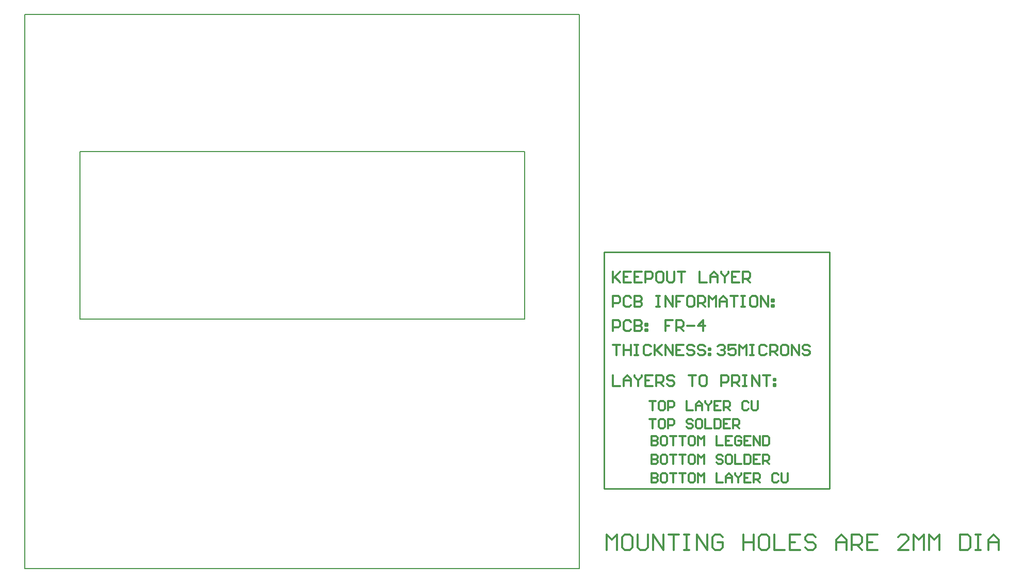
<source format=gko>
%FSLAX25Y25*%
%MOIN*%
G70*
G01*
G75*
G04 Layer_Color=16711935*
%ADD10C,0.06693*%
%ADD11C,0.06000*%
%ADD12C,0.03600*%
%ADD13C,0.00800*%
%ADD14C,0.00787*%
%ADD15C,0.01575*%
%ADD16C,0.01400*%
%ADD17O,0.09000X0.07500*%
%ADD18O,0.07500X0.09000*%
%ADD19R,0.07500X0.09000*%
%ADD20C,0.11811*%
%ADD21C,0.19685*%
%ADD22C,0.12598*%
%ADD23C,0.08000*%
%ADD24C,0.07500*%
%ADD25C,0.11811*%
%ADD26C,0.02500*%
%ADD27C,0.02800*%
%ADD28C,0.01600*%
%ADD29C,0.07480*%
%ADD30O,0.09800X0.08300*%
%ADD31O,0.08300X0.09800*%
%ADD32R,0.08300X0.09800*%
%ADD33C,0.12611*%
%ADD34C,0.20485*%
%ADD35C,0.13398*%
%ADD36C,0.08800*%
%ADD37C,0.08300*%
%ADD38C,0.01000*%
%ADD39C,0.01200*%
D14*
X372047Y362205D02*
Y720472D01*
X730315D01*
Y362205D02*
Y720472D01*
X372047Y362205D02*
X730315D01*
X407480Y523622D02*
Y631890D01*
X694882D01*
Y523622D02*
Y631890D01*
X407480Y523622D02*
X694882D01*
D16*
X748032Y374016D02*
Y384013D01*
X751364Y380680D01*
X754696Y384013D01*
Y374016D01*
X763027Y384013D02*
X759694D01*
X758028Y382346D01*
Y375682D01*
X759694Y374016D01*
X763027D01*
X764693Y375682D01*
Y382346D01*
X763027Y384013D01*
X768025D02*
Y375682D01*
X769691Y374016D01*
X773023D01*
X774689Y375682D01*
Y384013D01*
X778022Y374016D02*
Y384013D01*
X784686Y374016D01*
Y384013D01*
X788019D02*
X794683D01*
X791351D01*
Y374016D01*
X798015Y384013D02*
X801348D01*
X799682D01*
Y374016D01*
X798015D01*
X801348D01*
X806346D02*
Y384013D01*
X813011Y374016D01*
Y384013D01*
X823007Y382346D02*
X821341Y384013D01*
X818009D01*
X816343Y382346D01*
Y375682D01*
X818009Y374016D01*
X821341D01*
X823007Y375682D01*
Y379014D01*
X819675D01*
X836336Y384013D02*
Y374016D01*
Y379014D01*
X843001D01*
Y384013D01*
Y374016D01*
X851332Y384013D02*
X847999D01*
X846333Y382346D01*
Y375682D01*
X847999Y374016D01*
X851332D01*
X852998Y375682D01*
Y382346D01*
X851332Y384013D01*
X856330D02*
Y374016D01*
X862994D01*
X872991Y384013D02*
X866327D01*
Y374016D01*
X872991D01*
X866327Y379014D02*
X869659D01*
X882988Y382346D02*
X881322Y384013D01*
X877989D01*
X876323Y382346D01*
Y380680D01*
X877989Y379014D01*
X881322D01*
X882988Y377348D01*
Y375682D01*
X881322Y374016D01*
X877989D01*
X876323Y375682D01*
X896317Y374016D02*
Y380680D01*
X899649Y384013D01*
X902981Y380680D01*
Y374016D01*
Y379014D01*
X896317D01*
X906314Y374016D02*
Y384013D01*
X911312D01*
X912978Y382346D01*
Y379014D01*
X911312Y377348D01*
X906314D01*
X909646D02*
X912978Y374016D01*
X922975Y384013D02*
X916311D01*
Y374016D01*
X922975D01*
X916311Y379014D02*
X919643D01*
X942968Y374016D02*
X936304D01*
X942968Y380680D01*
Y382346D01*
X941302Y384013D01*
X937970D01*
X936304Y382346D01*
X946301Y374016D02*
Y384013D01*
X949633Y380680D01*
X952965Y384013D01*
Y374016D01*
X956297D02*
Y384013D01*
X959630Y380680D01*
X962962Y384013D01*
Y374016D01*
X976291Y384013D02*
Y374016D01*
X981289D01*
X982956Y375682D01*
Y382346D01*
X981289Y384013D01*
X976291D01*
X986288D02*
X989620D01*
X987954D01*
Y374016D01*
X986288D01*
X989620D01*
X994619D02*
Y380680D01*
X997951Y384013D01*
X1001283Y380680D01*
Y374016D01*
Y379014D01*
X994619D01*
D38*
X746357Y413948D02*
Y566848D01*
Y413948D02*
X892027D01*
Y566848D01*
X746357D02*
X892027D01*
D39*
X751968Y554242D02*
Y547244D01*
Y549577D01*
X756634Y554242D01*
X753135Y550743D01*
X756634Y547244D01*
X763631Y554242D02*
X758966D01*
Y547244D01*
X763631D01*
X758966Y550743D02*
X761299D01*
X770629Y554242D02*
X765964D01*
Y547244D01*
X770629D01*
X765964Y550743D02*
X768297D01*
X772962Y547244D02*
Y554242D01*
X776461D01*
X777627Y553076D01*
Y550743D01*
X776461Y549577D01*
X772962D01*
X783458Y554242D02*
X781126D01*
X779959Y553076D01*
Y548410D01*
X781126Y547244D01*
X783458D01*
X784625Y548410D01*
Y553076D01*
X783458Y554242D01*
X786957D02*
Y548410D01*
X788124Y547244D01*
X790456D01*
X791622Y548410D01*
Y554242D01*
X793955D02*
X798620D01*
X796287D01*
Y547244D01*
X807950Y554242D02*
Y547244D01*
X812616D01*
X814948D02*
Y551909D01*
X817281Y554242D01*
X819613Y551909D01*
Y547244D01*
Y550743D01*
X814948D01*
X821946Y554242D02*
Y553076D01*
X824279Y550743D01*
X826611Y553076D01*
Y554242D01*
X824279Y550743D02*
Y547244D01*
X833609Y554242D02*
X828944D01*
Y547244D01*
X833609D01*
X828944Y550743D02*
X831276D01*
X835941Y547244D02*
Y554242D01*
X839440D01*
X840606Y553076D01*
Y550743D01*
X839440Y549577D01*
X835941D01*
X838274D02*
X840606Y547244D01*
X751968Y531496D02*
Y538494D01*
X755467D01*
X756634Y537327D01*
Y534995D01*
X755467Y533829D01*
X751968D01*
X763631Y537327D02*
X762465Y538494D01*
X760133D01*
X758966Y537327D01*
Y532662D01*
X760133Y531496D01*
X762465D01*
X763631Y532662D01*
X765964Y538494D02*
Y531496D01*
X769463D01*
X770629Y532662D01*
Y533829D01*
X769463Y534995D01*
X765964D01*
X769463D01*
X770629Y536161D01*
Y537327D01*
X769463Y538494D01*
X765964D01*
X779959D02*
X782292D01*
X781126D01*
Y531496D01*
X779959D01*
X782292D01*
X785791D02*
Y538494D01*
X790456Y531496D01*
Y538494D01*
X797454D02*
X792789D01*
Y534995D01*
X795121D01*
X792789D01*
Y531496D01*
X803285Y538494D02*
X800953D01*
X799786Y537327D01*
Y532662D01*
X800953Y531496D01*
X803285D01*
X804452Y532662D01*
Y537327D01*
X803285Y538494D01*
X806784Y531496D02*
Y538494D01*
X810283D01*
X811449Y537327D01*
Y534995D01*
X810283Y533829D01*
X806784D01*
X809117D02*
X811449Y531496D01*
X813782D02*
Y538494D01*
X816115Y536161D01*
X818447Y538494D01*
Y531496D01*
X820780D02*
Y536161D01*
X823112Y538494D01*
X825445Y536161D01*
Y531496D01*
Y534995D01*
X820780D01*
X827777Y538494D02*
X832442D01*
X830110D01*
Y531496D01*
X834775Y538494D02*
X837108D01*
X835941D01*
Y531496D01*
X834775D01*
X837108D01*
X844105Y538494D02*
X841773D01*
X840606Y537327D01*
Y532662D01*
X841773Y531496D01*
X844105D01*
X845272Y532662D01*
Y537327D01*
X844105Y538494D01*
X847604Y531496D02*
Y538494D01*
X852269Y531496D01*
Y538494D01*
X854602Y536161D02*
X855768D01*
Y534995D01*
X854602D01*
Y536161D01*
Y532662D02*
X855768D01*
Y531496D01*
X854602D01*
Y532662D01*
X751968Y506998D02*
X756634D01*
X754301D01*
Y500000D01*
X758966Y506998D02*
Y500000D01*
Y503499D01*
X763631D01*
Y506998D01*
Y500000D01*
X765964Y506998D02*
X768297D01*
X767130D01*
Y500000D01*
X765964D01*
X768297D01*
X776461Y505831D02*
X775294Y506998D01*
X772962D01*
X771795Y505831D01*
Y501166D01*
X772962Y500000D01*
X775294D01*
X776461Y501166D01*
X778793Y506998D02*
Y500000D01*
Y502333D01*
X783458Y506998D01*
X779959Y503499D01*
X783458Y500000D01*
X785791D02*
Y506998D01*
X790456Y500000D01*
Y506998D01*
X797454D02*
X792789D01*
Y500000D01*
X797454D01*
X792789Y503499D02*
X795121D01*
X804452Y505831D02*
X803285Y506998D01*
X800953D01*
X799786Y505831D01*
Y504665D01*
X800953Y503499D01*
X803285D01*
X804452Y502333D01*
Y501166D01*
X803285Y500000D01*
X800953D01*
X799786Y501166D01*
X811449Y505831D02*
X810283Y506998D01*
X807950D01*
X806784Y505831D01*
Y504665D01*
X807950Y503499D01*
X810283D01*
X811449Y502333D01*
Y501166D01*
X810283Y500000D01*
X807950D01*
X806784Y501166D01*
X813782Y504665D02*
X814948D01*
Y503499D01*
X813782D01*
Y504665D01*
Y501166D02*
X814948D01*
Y500000D01*
X813782D01*
Y501166D01*
X819613Y505831D02*
X820780Y506998D01*
X823112D01*
X824279Y505831D01*
Y504665D01*
X823112Y503499D01*
X821946D01*
X823112D01*
X824279Y502333D01*
Y501166D01*
X823112Y500000D01*
X820780D01*
X819613Y501166D01*
X831276Y506998D02*
X826611D01*
Y503499D01*
X828944Y504665D01*
X830110D01*
X831276Y503499D01*
Y501166D01*
X830110Y500000D01*
X827777D01*
X826611Y501166D01*
X833609Y500000D02*
Y506998D01*
X835941Y504665D01*
X838274Y506998D01*
Y500000D01*
X840606Y506998D02*
X842939D01*
X841773D01*
Y500000D01*
X840606D01*
X842939D01*
X851103Y505831D02*
X849937Y506998D01*
X847604D01*
X846438Y505831D01*
Y501166D01*
X847604Y500000D01*
X849937D01*
X851103Y501166D01*
X853436Y500000D02*
Y506998D01*
X856935D01*
X858101Y505831D01*
Y503499D01*
X856935Y502333D01*
X853436D01*
X855768D02*
X858101Y500000D01*
X863932Y506998D02*
X861600D01*
X860433Y505831D01*
Y501166D01*
X861600Y500000D01*
X863932D01*
X865099Y501166D01*
Y505831D01*
X863932Y506998D01*
X867431Y500000D02*
Y506998D01*
X872096Y500000D01*
Y506998D01*
X879094Y505831D02*
X877928Y506998D01*
X875595D01*
X874429Y505831D01*
Y504665D01*
X875595Y503499D01*
X877928D01*
X879094Y502333D01*
Y501166D01*
X877928Y500000D01*
X875595D01*
X874429Y501166D01*
X751968Y515748D02*
Y522746D01*
X755467D01*
X756634Y521580D01*
Y519247D01*
X755467Y518081D01*
X751968D01*
X763631Y521580D02*
X762465Y522746D01*
X760133D01*
X758966Y521580D01*
Y516914D01*
X760133Y515748D01*
X762465D01*
X763631Y516914D01*
X765964Y522746D02*
Y515748D01*
X769463D01*
X770629Y516914D01*
Y518081D01*
X769463Y519247D01*
X765964D01*
X769463D01*
X770629Y520413D01*
Y521580D01*
X769463Y522746D01*
X765964D01*
X772962Y520413D02*
X774128D01*
Y519247D01*
X772962D01*
Y520413D01*
Y516914D02*
X774128D01*
Y515748D01*
X772962D01*
Y516914D01*
X790456Y522746D02*
X785791D01*
Y519247D01*
X788124D01*
X785791D01*
Y515748D01*
X792789D02*
Y522746D01*
X796287D01*
X797454Y521580D01*
Y519247D01*
X796287Y518081D01*
X792789D01*
X795121D02*
X797454Y515748D01*
X799786Y519247D02*
X804452D01*
X810283Y515748D02*
Y522746D01*
X806784Y519247D01*
X811449D01*
X751968Y487313D02*
Y480315D01*
X756634D01*
X758966D02*
Y484980D01*
X761299Y487313D01*
X763631Y484980D01*
Y480315D01*
Y483814D01*
X758966D01*
X765964Y487313D02*
Y486146D01*
X768297Y483814D01*
X770629Y486146D01*
Y487313D01*
X768297Y483814D02*
Y480315D01*
X777627Y487313D02*
X772962D01*
Y480315D01*
X777627D01*
X772962Y483814D02*
X775294D01*
X779959Y480315D02*
Y487313D01*
X783458D01*
X784625Y486146D01*
Y483814D01*
X783458Y482648D01*
X779959D01*
X782292D02*
X784625Y480315D01*
X791622Y486146D02*
X790456Y487313D01*
X788124D01*
X786957Y486146D01*
Y484980D01*
X788124Y483814D01*
X790456D01*
X791622Y482648D01*
Y481481D01*
X790456Y480315D01*
X788124D01*
X786957Y481481D01*
X800953Y487313D02*
X805618D01*
X803285D01*
Y480315D01*
X811449Y487313D02*
X809117D01*
X807950Y486146D01*
Y481481D01*
X809117Y480315D01*
X811449D01*
X812616Y481481D01*
Y486146D01*
X811449Y487313D01*
X821946Y480315D02*
Y487313D01*
X825445D01*
X826611Y486146D01*
Y483814D01*
X825445Y482648D01*
X821946D01*
X828944Y480315D02*
Y487313D01*
X832442D01*
X833609Y486146D01*
Y483814D01*
X832442Y482648D01*
X828944D01*
X831276D02*
X833609Y480315D01*
X835941Y487313D02*
X838274D01*
X837108D01*
Y480315D01*
X835941D01*
X838274D01*
X841773D02*
Y487313D01*
X846438Y480315D01*
Y487313D01*
X848771D02*
X853436D01*
X851103D01*
Y480315D01*
X855768Y484980D02*
X856935D01*
Y483814D01*
X855768D01*
Y484980D01*
Y481481D02*
X856935D01*
Y480315D01*
X855768D01*
Y481481D01*
X776841Y423946D02*
Y417948D01*
X779840D01*
X780840Y418948D01*
Y419947D01*
X779840Y420947D01*
X776841D01*
X779840D01*
X780840Y421947D01*
Y422946D01*
X779840Y423946D01*
X776841D01*
X785838D02*
X783839D01*
X782839Y422946D01*
Y418948D01*
X783839Y417948D01*
X785838D01*
X786838Y418948D01*
Y422946D01*
X785838Y423946D01*
X788837D02*
X792836D01*
X790836D01*
Y417948D01*
X794835Y423946D02*
X798834D01*
X796835D01*
Y417948D01*
X803832Y423946D02*
X801833D01*
X800833Y422946D01*
Y418948D01*
X801833Y417948D01*
X803832D01*
X804832Y418948D01*
Y422946D01*
X803832Y423946D01*
X806831Y417948D02*
Y423946D01*
X808831Y421947D01*
X810830Y423946D01*
Y417948D01*
X818827Y423946D02*
Y417948D01*
X822826D01*
X824825D02*
Y421947D01*
X826825Y423946D01*
X828824Y421947D01*
Y417948D01*
Y420947D01*
X824825D01*
X830824Y423946D02*
Y422946D01*
X832823Y420947D01*
X834822Y422946D01*
Y423946D01*
X832823Y420947D02*
Y417948D01*
X840820Y423946D02*
X836822D01*
Y417948D01*
X840820D01*
X836822Y420947D02*
X838821D01*
X842820Y417948D02*
Y423946D01*
X845819D01*
X846818Y422946D01*
Y420947D01*
X845819Y419947D01*
X842820D01*
X844819D02*
X846818Y417948D01*
X858814Y422946D02*
X857815Y423946D01*
X855815D01*
X854816Y422946D01*
Y418948D01*
X855815Y417948D01*
X857815D01*
X858814Y418948D01*
X860814Y423946D02*
Y418948D01*
X861814Y417948D01*
X863813D01*
X864812Y418948D01*
Y423946D01*
X776841Y447735D02*
Y441737D01*
X779840D01*
X780840Y442737D01*
Y443737D01*
X779840Y444736D01*
X776841D01*
X779840D01*
X780840Y445736D01*
Y446736D01*
X779840Y447735D01*
X776841D01*
X785838D02*
X783839D01*
X782839Y446736D01*
Y442737D01*
X783839Y441737D01*
X785838D01*
X786838Y442737D01*
Y446736D01*
X785838Y447735D01*
X788837D02*
X792836D01*
X790836D01*
Y441737D01*
X794835Y447735D02*
X798834D01*
X796835D01*
Y441737D01*
X803832Y447735D02*
X801833D01*
X800833Y446736D01*
Y442737D01*
X801833Y441737D01*
X803832D01*
X804832Y442737D01*
Y446736D01*
X803832Y447735D01*
X806831Y441737D02*
Y447735D01*
X808831Y445736D01*
X810830Y447735D01*
Y441737D01*
X818827Y447735D02*
Y441737D01*
X822826D01*
X828824Y447735D02*
X824825D01*
Y441737D01*
X828824D01*
X824825Y444736D02*
X826825D01*
X834822Y446736D02*
X833823Y447735D01*
X831823D01*
X830824Y446736D01*
Y442737D01*
X831823Y441737D01*
X833823D01*
X834822Y442737D01*
Y444736D01*
X832823D01*
X840820Y447735D02*
X836822D01*
Y441737D01*
X840820D01*
X836822Y444736D02*
X838821D01*
X842820Y441737D02*
Y447735D01*
X846818Y441737D01*
Y447735D01*
X848818D02*
Y441737D01*
X851817D01*
X852816Y442737D01*
Y446736D01*
X851817Y447735D01*
X848818D01*
X775591Y470565D02*
X779589D01*
X777590D01*
Y464567D01*
X784588Y470565D02*
X782588D01*
X781589Y469565D01*
Y465567D01*
X782588Y464567D01*
X784588D01*
X785587Y465567D01*
Y469565D01*
X784588Y470565D01*
X787587Y464567D02*
Y470565D01*
X790586D01*
X791585Y469565D01*
Y467566D01*
X790586Y466566D01*
X787587D01*
X799583Y470565D02*
Y464567D01*
X803582D01*
X805581D02*
Y468566D01*
X807580Y470565D01*
X809580Y468566D01*
Y464567D01*
Y467566D01*
X805581D01*
X811579Y470565D02*
Y469565D01*
X813578Y467566D01*
X815578Y469565D01*
Y470565D01*
X813578Y467566D02*
Y464567D01*
X821576Y470565D02*
X817577D01*
Y464567D01*
X821576D01*
X817577Y467566D02*
X819576D01*
X823575Y464567D02*
Y470565D01*
X826574D01*
X827574Y469565D01*
Y467566D01*
X826574Y466566D01*
X823575D01*
X825574D02*
X827574Y464567D01*
X839570Y469565D02*
X838570Y470565D01*
X836571D01*
X835571Y469565D01*
Y465567D01*
X836571Y464567D01*
X838570D01*
X839570Y465567D01*
X841569Y470565D02*
Y465567D01*
X842569Y464567D01*
X844568D01*
X845568Y465567D01*
Y470565D01*
X775591Y458754D02*
X779589D01*
X777590D01*
Y452756D01*
X784588Y458754D02*
X782588D01*
X781589Y457754D01*
Y453756D01*
X782588Y452756D01*
X784588D01*
X785587Y453756D01*
Y457754D01*
X784588Y458754D01*
X787587Y452756D02*
Y458754D01*
X790586D01*
X791585Y457754D01*
Y455755D01*
X790586Y454755D01*
X787587D01*
X803582Y457754D02*
X802582Y458754D01*
X800583D01*
X799583Y457754D01*
Y456755D01*
X800583Y455755D01*
X802582D01*
X803582Y454755D01*
Y453756D01*
X802582Y452756D01*
X800583D01*
X799583Y453756D01*
X808580Y458754D02*
X806581D01*
X805581Y457754D01*
Y453756D01*
X806581Y452756D01*
X808580D01*
X809580Y453756D01*
Y457754D01*
X808580Y458754D01*
X811579D02*
Y452756D01*
X815578D01*
X817577Y458754D02*
Y452756D01*
X820576D01*
X821576Y453756D01*
Y457754D01*
X820576Y458754D01*
X817577D01*
X827574D02*
X823575D01*
Y452756D01*
X827574D01*
X823575Y455755D02*
X825574D01*
X829573Y452756D02*
Y458754D01*
X832572D01*
X833572Y457754D01*
Y455755D01*
X832572Y454755D01*
X829573D01*
X831572D02*
X833572Y452756D01*
X776841Y435841D02*
Y429843D01*
X779840D01*
X780840Y430842D01*
Y431842D01*
X779840Y432842D01*
X776841D01*
X779840D01*
X780840Y433841D01*
Y434841D01*
X779840Y435841D01*
X776841D01*
X785838D02*
X783839D01*
X782839Y434841D01*
Y430842D01*
X783839Y429843D01*
X785838D01*
X786838Y430842D01*
Y434841D01*
X785838Y435841D01*
X788837D02*
X792836D01*
X790836D01*
Y429843D01*
X794835Y435841D02*
X798834D01*
X796835D01*
Y429843D01*
X803832Y435841D02*
X801833D01*
X800833Y434841D01*
Y430842D01*
X801833Y429843D01*
X803832D01*
X804832Y430842D01*
Y434841D01*
X803832Y435841D01*
X806831Y429843D02*
Y435841D01*
X808831Y433841D01*
X810830Y435841D01*
Y429843D01*
X822826Y434841D02*
X821826Y435841D01*
X819827D01*
X818827Y434841D01*
Y433841D01*
X819827Y432842D01*
X821826D01*
X822826Y431842D01*
Y430842D01*
X821826Y429843D01*
X819827D01*
X818827Y430842D01*
X827824Y435841D02*
X825825D01*
X824825Y434841D01*
Y430842D01*
X825825Y429843D01*
X827824D01*
X828824Y430842D01*
Y434841D01*
X827824Y435841D01*
X830824D02*
Y429843D01*
X834822D01*
X836822Y435841D02*
Y429843D01*
X839821D01*
X840820Y430842D01*
Y434841D01*
X839821Y435841D01*
X836822D01*
X846818D02*
X842820D01*
Y429843D01*
X846818D01*
X842820Y432842D02*
X844819D01*
X848818Y429843D02*
Y435841D01*
X851817D01*
X852816Y434841D01*
Y432842D01*
X851817Y431842D01*
X848818D01*
X850817D02*
X852816Y429843D01*
M02*

</source>
